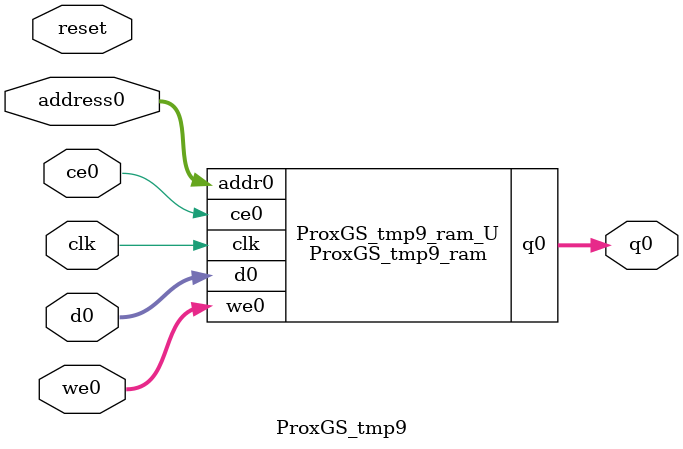
<source format=v>
`timescale 1 ns / 1 ps
module ProxGS_tmp9_ram (addr0, ce0, d0, we0, q0,  clk);

parameter DWIDTH = 32;
parameter AWIDTH = 14;
parameter MEM_SIZE = 16384;
parameter COL_WIDTH = 8;
parameter NUM_COL = (DWIDTH/COL_WIDTH);

input[AWIDTH-1:0] addr0;
input ce0;
input[DWIDTH-1:0] d0;
input [NUM_COL-1:0] we0;
output reg[DWIDTH-1:0] q0;
input clk;

(* ram_style = "block" *)reg [DWIDTH-1:0] ram[0:MEM_SIZE-1];



genvar i;

generate
    for (i=0;i<NUM_COL;i=i+1) begin
        always @(posedge clk) begin
            if (ce0) begin
                if (we0[i]) begin
                    ram[addr0][i*COL_WIDTH +: COL_WIDTH] <= d0[i*COL_WIDTH +: COL_WIDTH]; 
                end
                q0[i*COL_WIDTH +: COL_WIDTH] <= ram[addr0][i*COL_WIDTH +: COL_WIDTH];
            end
        end
    end
endgenerate


endmodule

`timescale 1 ns / 1 ps
module ProxGS_tmp9(
    reset,
    clk,
    address0,
    ce0,
    we0,
    d0,
    q0);

parameter DataWidth = 32'd32;
parameter AddressRange = 32'd16384;
parameter AddressWidth = 32'd14;
input reset;
input clk;
input[AddressWidth - 1:0] address0;
input ce0;
input[DataWidth/8 - 1:0] we0;
input[DataWidth - 1:0] d0;
output[DataWidth - 1:0] q0;



ProxGS_tmp9_ram ProxGS_tmp9_ram_U(
    .clk( clk ),
    .addr0( address0 ),
    .ce0( ce0 ),
    .we0( we0 ),
    .d0( d0 ),
    .q0( q0 ));

endmodule


</source>
